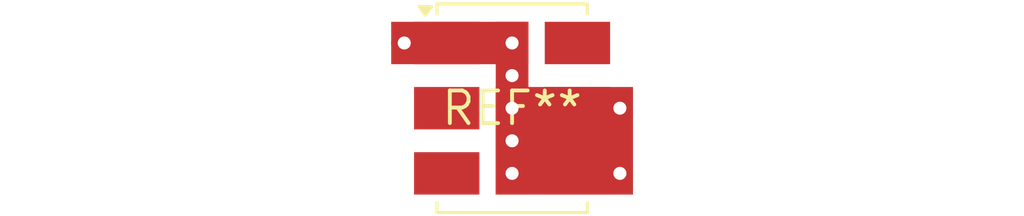
<source format=kicad_pcb>
(kicad_pcb (version 20240108) (generator pcbnew)
  (layers (0 "F.Cu" signal) (31 "B.Cu" signal) (34 "B.Paste" user) (35 "F.Paste" user) (36 "B.SilkS" user "B.Silkscreen") (37 "F.SilkS" user "F.Silkscreen") (38 "B.Mask" user) (39 "F.Mask" user) (44 "Edge.Cuts" user))
  (net 0 "")
  (footprint "Mini-Circuits_CD542_LandPatternPL-052" (layer "F.Cu") (at 0 0)
    (property "Reference" "REF**")
    (property "Value" "Mini-Circuits_CD542_LandPatternPL-052")
    (fp_line (start -2.921 -4.064) (end -2.921 -3.68) (layer "F.SilkS") (stroke (width 0.12)))
    (fp_line (start -2.921 4.064) (end -2.921 3.68) (layer "F.SilkS") (stroke (width 0.12)))
    (fp_line (start -2.921 4.064) (end 2.921 4.064) (layer "F.SilkS") (stroke (width 0.12)))
    (fp_line (start 2.921 -4.064) (end -2.921 -4.064) (layer "F.SilkS") (stroke (width 0.12)))
    (fp_line (start 2.921 -4.064) (end 2.921 -3.68) (layer "F.SilkS") (stroke (width 0.12)))
    (fp_line (start 2.921 4.064) (end 2.921 3.68) (layer "F.SilkS") (stroke (width 0.12)))
    (fp_poly (pts (xy -3.37 -3.62) (xy -3.61 -3.956) (xy -3.13 -3.956) (xy -3.37 -3.62)) (layer "F.SilkS") (stroke (width 0.12)) (fill solid))
    (pad "1" thru_hole circle (at -4.191 -2.54) (size 1.016 1.016) (drill 0.508) (layers *.Cu) (remove_unused_layers))
    (pad "1" smd rect (at -2.54 -2.54) (size 2.54 1.651) (layers "F.Cu" "F.Paste" "F.Mask"))
    (pad "1" smd rect (at -2.032 -2.54) (size 5.334 1.651) (layers "F.Cu"))
    (pad "1" thru_hole circle (at 0 -2.54) (size 1.016 1.016) (drill 0.508) (layers *.Cu) (remove_unused_layers))
    (pad "1" thru_hole circle (at 0 -1.27) (size 1.016 1.016) (drill 0.508) (layers *.Cu) (remove_unused_layers))
    (pad "1" thru_hole circle (at 0 0) (size 1.016 1.016) (drill 0.508) (layers *.Cu) (remove_unused_layers))
    (pad "1" smd rect (at 0 0) (size 1.27 6.731) (layers "F.Cu"))
    (pad "1" thru_hole circle (at 0 1.27) (size 1.016 1.016) (drill 0.508) (layers *.Cu) (remove_unused_layers))
    (pad "1" thru_hole circle (at 0 2.54) (size 1.016 1.016) (drill 0.508) (layers *.Cu) (remove_unused_layers))
    (pad "2" smd rect (at -2.54 0) (size 2.54 1.651) (layers "F.Cu" "F.Paste" "F.Mask") (clearance 0.635))
    (pad "3" smd rect (at -2.54 2.54) (size 2.54 1.651) (layers "F.Cu" "F.Paste" "F.Mask") (clearance 0.635))
    (pad "4" smd rect (at 2.032 1.27) (size 5.334 4.191) (layers "F.Cu"))
    (pad "4" smd rect (at 2.54 2.54) (size 2.54 1.651) (layers "F.Cu" "F.Paste" "F.Mask"))
    (pad "4" thru_hole circle (at 4.191 2.54) (size 1.016 1.016) (drill 0.508) (layers *.Cu) (remove_unused_layers))
    (pad "5" smd rect (at 2.54 0) (size 2.54 1.651) (layers "F.Cu" "F.Paste" "F.Mask"))
    (pad "5" thru_hole circle (at 4.191 0) (size 1.016 1.016) (drill 0.508) (layers *.Cu) (remove_unused_layers))
    (pad "6" smd rect (at 2.54 -2.54) (size 2.54 1.651) (layers "F.Cu" "F.Paste" "F.Mask") (clearance 0.635))
  )
)
</source>
